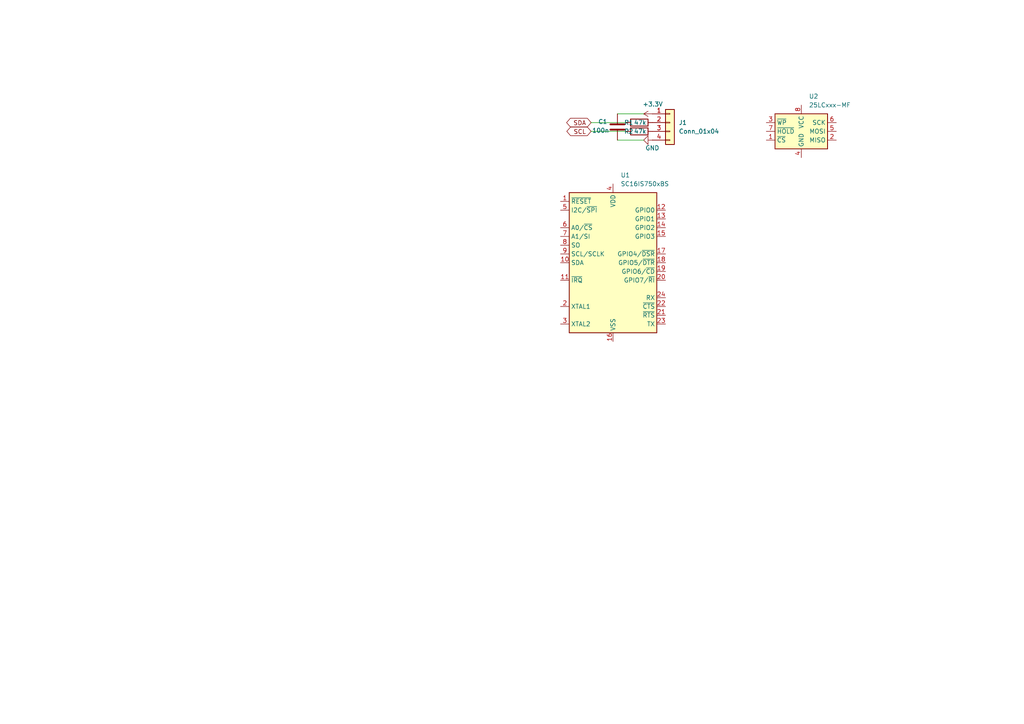
<source format=kicad_sch>
(kicad_sch (version 20231120) (generator "eeschema") (generator_version "8.0")
  (paper "A4")
  (lib_symbols
    (symbol "Connector:Conn_01x04_Pin" (pin_names (offset 1.016))
      (property "Reference" "J1" (at 0 5.08 0))
      (property "Value" "I2C" (at 0 -7.62 0))
      (symbol "Conn_01x04_Pin_1_1"
        (rectangle (start -1.27 -3.81) (end 0 -3.81) (stroke (width 0.1524)))
        (rectangle (start -1.27 -1.27) (end 0 -1.27) (stroke (width 0.1524)))
        (rectangle (start -1.27 1.27) (end 0 1.27) (stroke (width 0.1524)))
        (rectangle (start -1.27 3.81) (end 0 3.81) (stroke (width 0.1524)))
        (pin passive line (at -5.08 3.81 0) (length 3.81) (name "VCC") (number "1"))
        (pin passive line (at -5.08 1.27 0) (length 3.81) (name "SDA") (number "2"))
        (pin passive line (at -5.08 -1.27 0) (length 3.81) (name "SCL") (number "3"))
        (pin passive line (at -5.08 -3.81 0) (length 3.81) (name "GND") (number "4"))
      )
    )
    (symbol "Connector_Generic:Conn_01x04" (pin_names (offset 1.016) hide)
      (property "Reference" "J" (at 0 5.08 0))
      (property "Value" "Conn_01x04" (at 0 -7.62 0))
      (symbol "Conn_01x04_1_1"
        (rectangle (start -1.27 -4.953) (end 0 -5.207) (stroke (width 0.1524)))
        (rectangle (start -1.27 -2.413) (end 0 -2.667) (stroke (width 0.1524)))
        (rectangle (start -1.27 0.127) (end 0 -0.127) (stroke (width 0.1524)))
        (rectangle (start -1.27 2.667) (end 0 2.413) (stroke (width 0.1524)))
        (rectangle (start -1.27 3.81) (end 1.27 -6.35) (stroke (width 0.254)) (fill (type background)))
        (pin passive line (at -5.08 2.54 0) (length 3.81) (name "Pin_1") (number "1"))
        (pin passive line (at -5.08 0 0) (length 3.81) (name "Pin_2") (number "2"))
        (pin passive line (at -5.08 -2.54 0) (length 3.81) (name "Pin_3") (number "3"))
        (pin passive line (at -5.08 -5.08 0) (length 3.81) (name "Pin_4") (number "4"))
      )
    )
    (symbol "Device:C" (pin_numbers hide) (pin_names (offset 0.254))
      (property "Reference" "C" (at 0.635 2.54 0))
      (property "Value" "C" (at 0.635 -2.54 0))
      (symbol "C_0_1"
        (polyline (pts (xy -2.032 -0.762) (xy 2.032 -0.762)) (stroke (width 0.508)))
        (polyline (pts (xy -2.032 0.762) (xy 2.032 0.762)) (stroke (width 0.508)))
      )
      (symbol "C_1_1"
        (pin passive line (at 0 3.81 270) (length 2.794) (name "~") (number "1"))
        (pin passive line (at 0 -3.81 90) (length 2.794) (name "~") (number "2"))
      )
    )
    (symbol "Device:R" (pin_numbers hide) (pin_names (offset 0))
      (property "Reference" "R" (at 2.032 0 90))
      (property "Value" "R" (at 0 0 90))
      (symbol "R_0_1"
        (rectangle (start -1.016 -2.54) (end 1.016 2.54) (stroke (width 0.254)))
      )
      (symbol "R_1_1"
        (pin passive line (at 0 3.81 270) (length 1.27) (name "~") (number "1"))
        (pin passive line (at 0 -3.81 90) (length 1.27) (name "~") (number "2"))
      )
    )
    (symbol "Interface_UART:SC16IS750xBS"
      (property "Reference" "U" (at -11.43 21.59 0))
      (property "Value" "SC16IS750xBS" (at 7.62 21.59 0))
      (symbol "SC16IS750xBS_0_1"
        (rectangle (start -12.7 20.32) (end 12.7 -20.32) (stroke (width 0.254)) (fill (type background)))
      )
      (symbol "SC16IS750xBS_1_1"
        (pin input line (at -15.24 17.78 0) (length 2.54) (name "~{RESET}") (number "1"))
        (pin bidirectional line (at -15.24 0 0) (length 2.54) (name "SDA") (number "10"))
        (pin open_collector line (at -15.24 -5.08 0) (length 2.54) (name "~{IRQ}") (number "11"))
        (pin bidirectional line (at 15.24 15.24 180) (length 2.54) (name "GPIO0") (number "12"))
        (pin bidirectional line (at 15.24 12.7 180) (length 2.54) (name "GPIO1") (number "13"))
        (pin bidirectional line (at 15.24 10.16 180) (length 2.54) (name "GPIO2") (number "14"))
        (pin bidirectional line (at 15.24 7.62 180) (length 2.54) (name "GPIO3") (number "15"))
        (pin power_in line (at 0 -22.86 90) (length 2.54) (name "VSS") (number "16"))
        (pin bidirectional line (at 15.24 2.54 180) (length 2.54) (name "GPIO4/~{DSR}") (number "17"))
        (pin bidirectional line (at 15.24 0 180) (length 2.54) (name "GPIO5/~{DTR}") (number "18"))
        (pin bidirectional line (at 15.24 -2.54 180) (length 2.54) (name "GPIO6/~{CD}") (number "19"))
        (pin input line (at -15.24 -12.7 0) (length 2.54) (name "XTAL1") (number "2"))
        (pin bidirectional line (at 15.24 -5.08 180) (length 2.54) (name "GPIO7/~{RI}") (number "20"))
        (pin output line (at 15.24 -15.24 180) (length 2.54) (name "~{RTS}") (number "21"))
        (pin input line (at 15.24 -12.7 180) (length 2.54) (name "~{CTS}") (number "22"))
        (pin output line (at 15.24 -17.78 180) (length 2.54) (name "TX") (number "23"))
        (pin input line (at 15.24 -10.16 180) (length 2.54) (name "RX") (number "24"))
        (pin passive line (at 0 -22.86 90) (length 2.54) hide (name "VSS") (number "25"))
        (pin output line (at -15.24 -17.78 0) (length 2.54) (name "XTAL2") (number "3"))
        (pin power_in line (at 0 22.86 270) (length 2.54) (name "VDD") (number "4"))
        (pin input line (at -15.24 15.24 0) (length 2.54) (name "I2C/~{SPI}") (number "5"))
        (pin input line (at -15.24 10.16 0) (length 2.54) (name "A0/~{CS}") (number "6"))
        (pin input line (at -15.24 7.62 0) (length 2.54) (name "A1/SI") (number "7"))
        (pin output line (at -15.24 5.08 0) (length 2.54) (name "SO") (number "8"))
        (pin input line (at -15.24 2.54 0) (length 2.54) (name "SCL/SCLK") (number "9"))
      )
    )
    (symbol "Memory_EEPROM:25LCxxx-MF"
      (property "Reference" "U" (at -7.62 6.35 0))
      (property "Value" "25LCxxx-MF" (at 2.54 -6.35 0))
      (symbol "25LCxxx-MF_1_1"
        (rectangle (start -7.62 5.08) (end 7.62 -5.08) (stroke (width 0.254)) (fill (type background)))
        (pin input line (at -10.16 -2.54 0) (length 2.54) (name "~{CS}") (number "1"))
        (pin tri_state line (at 10.16 -2.54 180) (length 2.54) (name "MISO") (number "2"))
        (pin input line (at -10.16 2.54 0) (length 2.54) (name "~{WP}") (number "3"))
        (pin power_in line (at 0 -7.62 90) (length 2.54) (name "GND") (number "4"))
        (pin input line (at 10.16 0 180) (length 2.54) (name "MOSI") (number "5"))
        (pin input line (at 10.16 2.54 180) (length 2.54) (name "SCK") (number "6"))
        (pin input line (at -10.16 0 0) (length 2.54) (name "~{HOLD}") (number "7"))
        (pin power_in line (at 0 7.62 270) (length 2.54) (name "VCC") (number "8"))
        (pin passive line (at 0 -7.62 90) (length 2.54) hide (name "GND") (number "9"))
      )
    )
    (symbol "power:+3.3V" (power) (pin_numbers hide) (pin_names (offset 0) hide)
      (property "Value" "+3.3V" (at 0 3.556 0))
      (symbol "+3.3V_0_1"
        (polyline (pts (xy -0.762 1.27) (xy 0 2.54)))
        (polyline (pts (xy 0 0) (xy 0 2.54)))
        (polyline (pts (xy 0 2.54) (xy 0.762 1.27)))
      )
      (symbol "+3.3V_1_1"
        (pin power_in line (at 0 0 90) (length 0) (name "~") (number "1"))
      )
    )
    (symbol "power:GND" (power) (pin_numbers hide) (pin_names (offset 0) hide)
      (property "Value" "GND" (at 0 -3.81 0))
      (symbol "GND_0_1"
        (polyline (pts (xy 0 0) (xy 0 -1.27) (xy 1.27 -1.27) (xy 0 -2.54) (xy -1.27 -1.27) (xy 0 -1.27)))
      )
      (symbol "GND_1_1"
        (pin power_in line (at 0 0 270) (length 0) (name "~") (number "1"))
      )
    )
  )
  (wire (pts (xy 179.07 33.02) (xy 186.69 33.02)))
  (wire (pts (xy 171.45 35.56) (xy 181.61 35.56)))
  (wire (pts (xy 179.07 40.64) (xy 186.69 40.64)))
  (wire (pts (xy 171.45 38.1) (xy 181.61 38.1)))
  (global_label "SCL" (shape bidirectional) (at 171.45 38.1 180) (property "Intersheetrefs" "${INTERSHEET_REFS}" (effects (hide yes))))
  (global_label "SDA" (shape bidirectional) (at 171.45 35.56 180) (property "Intersheetrefs" "${INTERSHEET_REFS}" (effects (hide yes))))
  (symbol (lib_id "Connector_Generic:Conn_01x04") (at 194.31 35.56 0) (unit 1)
    (property "Reference" "J1" (at 196.85 35.5599 0) (effects (justify left)))
    (property "Value" "Conn_01x04" (at 196.85 38.0999 0) (effects (justify left)))
    (property "Description" "Generic connector, single row, 01x04, script generated (kicad-library-utils/schlib/autogen/connector/)" (effects (hide yes)))
  )
  (symbol (lib_id "Device:R") (at 185.42 38.1 90) (unit 1)
    (property "Reference" "R2" (at 182.372 38.1 90))
    (property "Value" "47k" (at 185.674 38.1 90))
    (property "Description" "Resistor" (effects (hide yes)))
  )
  (symbol (lib_id "Interface_UART:SC16IS750xBS") (at 177.8 76.2 0) (unit 1)
    (property "Reference" "U1" (at 179.9941 50.8 0) (effects (justify left)))
    (property "Value" "SC16IS750xBS" (at 179.9941 53.34 0) (effects (justify left)))
    (property "Footprint" "Package_DFN_QFN:HVQFN-24-1EP_4x4mm_P0.5mm_EP2.5x2.5mm" (effects (hide yes)))
    (property "Datasheet" "https://www.nxp.com/docs/en/data-sheet/SC16IS740_750_760.pdf" (effects (hide yes)))
    (property "Description" "Single UART with I2C/SPI interface, 64 bytes of transmit and receive FIFOs, IrDA SIR built-in support, HVQFN-24" (effects (hide yes)))
  )
  (symbol (lib_id "power:GND") (at 189.23 40.64 270) (unit 1)
    (property "Reference" "#PWR02" (effects (hide yes)))
    (property "Value" "GND" (at 191.262 42.926 90) (effects (justify right)))
    (property "Description" "Power symbol creates a global label with name \"GND\" , ground" (effects (hide yes)))
  )
  (symbol (lib_id "Device:C") (at 179.07 36.83 0) (unit 1)
    (property "Reference" "C1" (at 173.482 35.306 0) (effects (justify left)))
    (property "Value" "100n" (at 171.704 37.846 0) (effects (justify left)))
    (property "Description" "Unpolarized capacitor" (effects (hide yes)))
  )
  (symbol (lib_id "power:+3.3V") (at 189.23 33.02 90) (unit 1)
    (property "Reference" "#PWR01" (effects (hide yes)))
    (property "Value" "+3.3V" (at 192.278 30.226 90) (effects (justify left)))
    (property "Description" "Power symbol creates a global label with name \"+3.3V\"" (effects (hide yes)))
  )
  (symbol (lib_id "Memory_EEPROM:25LCxxx-MF") (at 232.41 38.1 0) (unit 1)
    (property "Reference" "U2" (at 234.6041 27.94 0) (effects (justify left)))
    (property "Value" "25LCxxx-MF" (at 234.6041 30.48 0) (effects (justify left)))
    (property "Footprint" "Package_DFN_QFN:WFDFPN-8-1EP_3x2mm_P0.5mm_EP1.25x1.35mm" (effects (hide yes)))
    (property "Datasheet" "https://ww1.microchip.com/downloads/en/DeviceDoc/25LC512-512-Kbit-SPI-Bus-Serial-EEPROM-20002065D.pdf" (effects (hide yes)))
    (property "Description" "SPI Serial EEPROM, DFN-8" (effects (hide yes)))
  )
  (symbol (lib_id "Device:R") (at 185.42 35.56 90) (unit 1)
    (property "Reference" "R1" (at 182.372 35.56 90))
    (property "Value" "47k" (at 185.674 35.56 90))
    (property "Description" "Resistor" (effects (hide yes)))
  )
)
</source>
